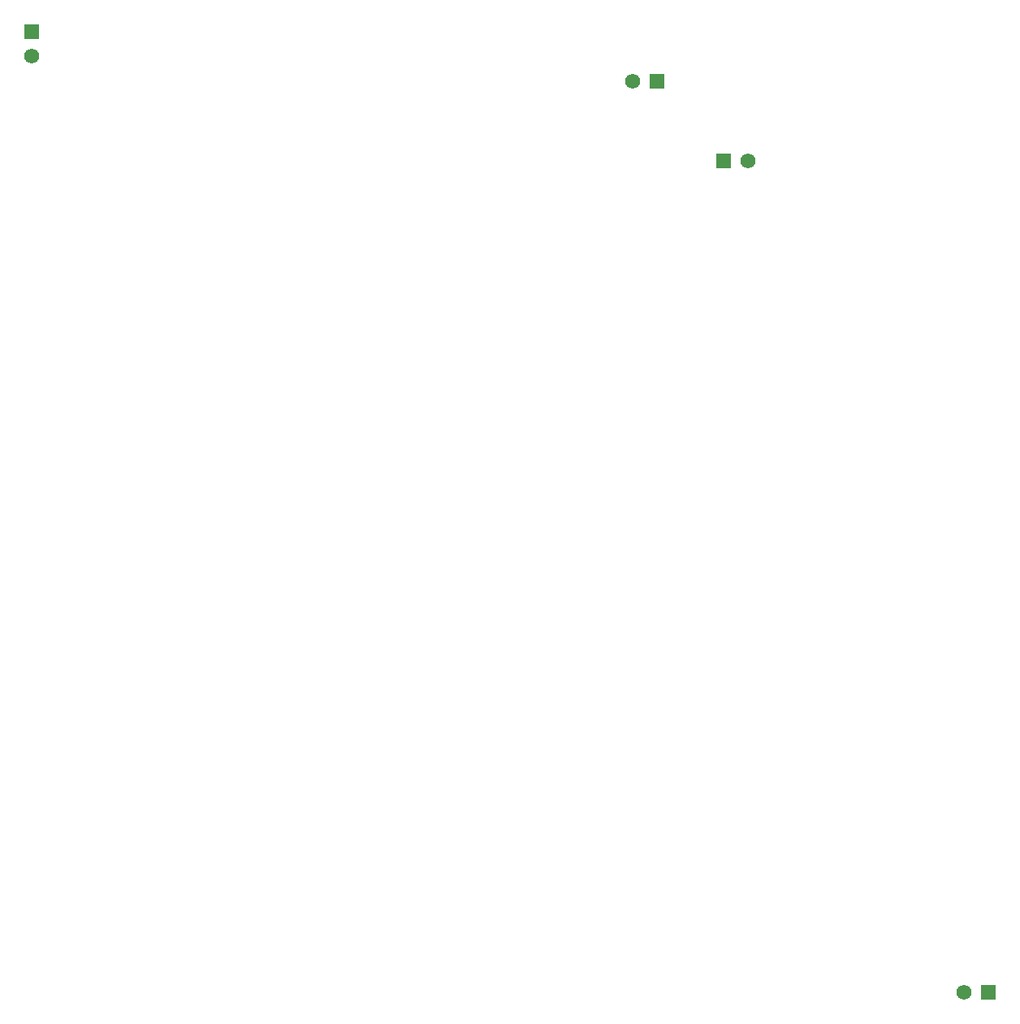
<source format=gbr>
G04*
G04 #@! TF.GenerationSoftware,Altium Limited,Altium Designer,23.0.1 (38)*
G04*
G04 Layer_Color=16711935*
%FSLAX25Y25*%
%MOIN*%
G70*
G04*
G04 #@! TF.SameCoordinates,96643D2F-BE8E-4E12-8B93-A60CB91944C5*
G04*
G04*
G04 #@! TF.FilePolarity,Negative*
G04*
G01*
G75*
%ADD29C,0.06181*%
%ADD30R,0.06181X0.06181*%
%ADD31R,0.06181X0.06181*%
D29*
X290000Y443500D02*
D03*
X426000Y70000D02*
D03*
X337500Y411000D02*
D03*
X43500Y454000D02*
D03*
D30*
X300000Y443500D02*
D03*
X436000Y70000D02*
D03*
X327500Y411000D02*
D03*
D31*
X43500Y464000D02*
D03*
M02*

</source>
